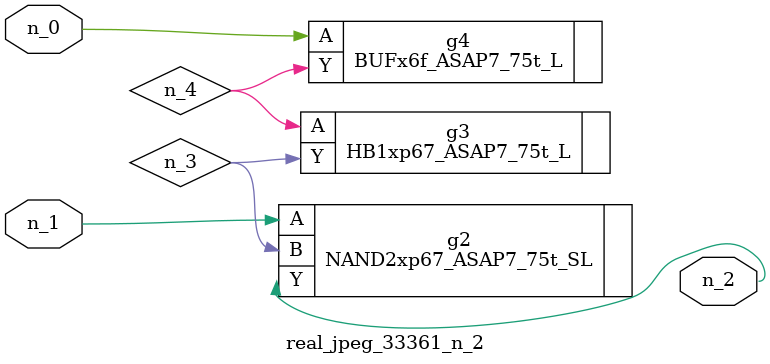
<source format=v>
module real_jpeg_33361_n_2 (n_1, n_0, n_2);

input n_1;
input n_0;

output n_2;

wire n_4;
wire n_3;

BUFx6f_ASAP7_75t_L g4 ( 
.A(n_0),
.Y(n_4)
);

NAND2xp67_ASAP7_75t_SL g2 ( 
.A(n_1),
.B(n_3),
.Y(n_2)
);

HB1xp67_ASAP7_75t_L g3 ( 
.A(n_4),
.Y(n_3)
);


endmodule
</source>
